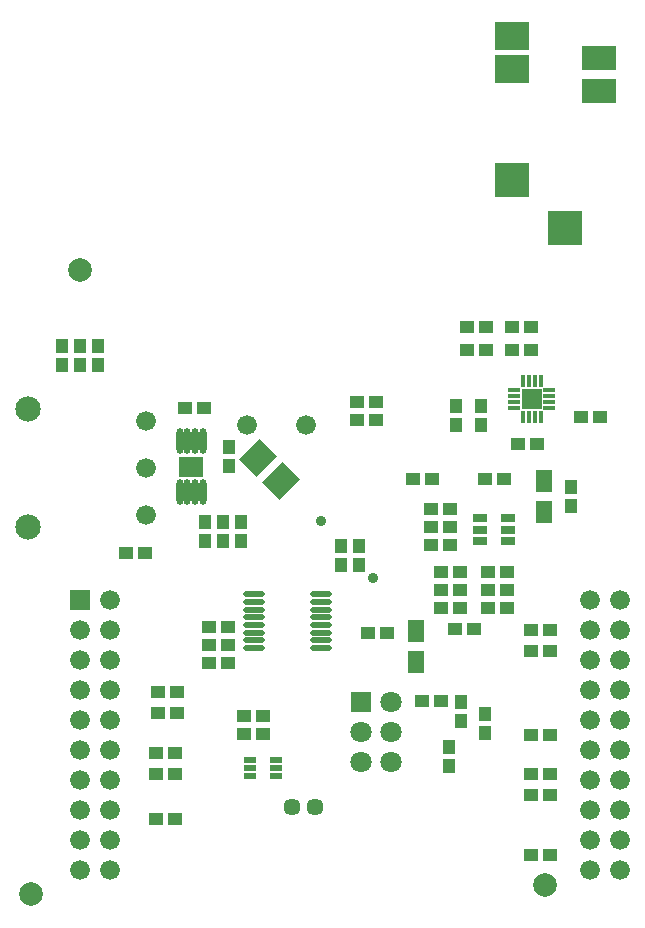
<source format=gts>
%FSLAX25Y25*%
%MOIN*%
G70*
G01*
G75*
G04 Layer_Color=8388736*
G04:AMPARAMS|DCode=10|XSize=88.58mil|YSize=76.77mil|CornerRadius=0mil|HoleSize=0mil|Usage=FLASHONLY|Rotation=225.000|XOffset=0mil|YOffset=0mil|HoleType=Round|Shape=Rectangle|*
%AMROTATEDRECTD10*
4,1,4,0.00418,0.05846,0.05846,0.00418,-0.00418,-0.05846,-0.05846,-0.00418,0.00418,0.05846,0.0*
%
%ADD10ROTATEDRECTD10*%

%ADD11O,0.06693X0.01378*%
%ADD12R,0.03937X0.03740*%
%ADD13R,0.03740X0.03937*%
%ADD14R,0.04921X0.07087*%
%ADD15O,0.00984X0.03740*%
%ADD16O,0.03740X0.00984*%
%ADD17R,0.06535X0.06535*%
%ADD18R,0.07441X0.06181*%
%ADD19O,0.01772X0.07874*%
%ADD20R,0.04331X0.02559*%
%ADD21C,0.03937*%
%ADD22R,0.03543X0.01575*%
%ADD23R,0.11024X0.07874*%
%ADD24R,0.11024X0.11024*%
%ADD25R,0.11024X0.08661*%
%ADD26C,0.01000*%
%ADD27C,0.01500*%
%ADD28C,0.01200*%
%ADD29C,0.01800*%
%ADD30C,0.06000*%
%ADD31R,0.06000X0.06000*%
%ADD32C,0.07874*%
%ADD33C,0.02953*%
%ADD34C,0.05118*%
%ADD35R,0.06496X0.06496*%
%ADD36C,0.06496*%
%ADD37C,0.02000*%
%ADD38C,0.00600*%
%ADD39C,0.00984*%
%ADD40C,0.00700*%
%ADD41C,0.00050*%
%ADD42C,0.00787*%
G04:AMPARAMS|DCode=43|XSize=94.58mil|YSize=82.77mil|CornerRadius=0mil|HoleSize=0mil|Usage=FLASHONLY|Rotation=225.000|XOffset=0mil|YOffset=0mil|HoleType=Round|Shape=Rectangle|*
%AMROTATEDRECTD43*
4,1,4,0.00418,0.06270,0.06270,0.00418,-0.00418,-0.06270,-0.06270,-0.00418,0.00418,0.06270,0.0*
%
%ADD43ROTATEDRECTD43*%

%ADD44O,0.07293X0.01978*%
%ADD45R,0.04537X0.04340*%
%ADD46R,0.04340X0.04537*%
%ADD47R,0.05521X0.07687*%
%ADD48O,0.01584X0.04340*%
%ADD49O,0.04340X0.01584*%
%ADD50R,0.07135X0.07135*%
%ADD51R,0.08041X0.06781*%
%ADD52O,0.02372X0.08474*%
%ADD53R,0.04931X0.03159*%
%ADD54C,0.07874*%
%ADD55R,0.04143X0.02175*%
%ADD56R,0.11624X0.08474*%
%ADD57R,0.11624X0.11624*%
%ADD58R,0.11624X0.09261*%
%ADD59C,0.06600*%
%ADD60R,0.06600X0.06600*%
%ADD61C,0.08474*%
%ADD62C,0.03553*%
%ADD63C,0.05718*%
%ADD64C,0.00600*%
%ADD65R,0.07096X0.07096*%
%ADD66C,0.07096*%
D43*
X91828Y144672D02*
D03*
X84172Y152328D02*
D03*
D44*
X105220Y89043D02*
D03*
Y91602D02*
D03*
Y94161D02*
D03*
Y96720D02*
D03*
Y99279D02*
D03*
Y101839D02*
D03*
Y104398D02*
D03*
Y106957D02*
D03*
X82780Y89043D02*
D03*
Y91602D02*
D03*
Y94161D02*
D03*
Y96720D02*
D03*
Y99279D02*
D03*
Y101839D02*
D03*
Y104398D02*
D03*
Y106957D02*
D03*
D45*
X142150Y145500D02*
D03*
X135850D02*
D03*
X79469Y60310D02*
D03*
X85769D02*
D03*
X79469Y66442D02*
D03*
X85769D02*
D03*
X168850Y196000D02*
D03*
X175150D02*
D03*
X151650Y102500D02*
D03*
X145350D02*
D03*
X160850Y108500D02*
D03*
X167150D02*
D03*
X46650Y120650D02*
D03*
X40350D02*
D03*
X66150Y169000D02*
D03*
X59850D02*
D03*
X148150Y123500D02*
D03*
X141850D02*
D03*
X151650Y108500D02*
D03*
X145350D02*
D03*
X50850Y74500D02*
D03*
X57150D02*
D03*
X50850Y67500D02*
D03*
X57150D02*
D03*
X50350Y54000D02*
D03*
X56650D02*
D03*
X50350Y47000D02*
D03*
X56650D02*
D03*
X181650Y40000D02*
D03*
X175350D02*
D03*
X181650Y47000D02*
D03*
X175350D02*
D03*
X181650Y88000D02*
D03*
X175350D02*
D03*
X181650Y95000D02*
D03*
X175350D02*
D03*
X191850Y166000D02*
D03*
X198150D02*
D03*
X145150Y71500D02*
D03*
X138850D02*
D03*
X56650Y32000D02*
D03*
X50350D02*
D03*
X175350Y60000D02*
D03*
X181650D02*
D03*
X175350Y20000D02*
D03*
X181650D02*
D03*
X177150Y157000D02*
D03*
X170850D02*
D03*
X160150Y196000D02*
D03*
X153850D02*
D03*
X160150Y188500D02*
D03*
X153850D02*
D03*
X175150D02*
D03*
X168850D02*
D03*
X160850Y102500D02*
D03*
X167150D02*
D03*
X160850Y114500D02*
D03*
X167150D02*
D03*
X149850Y95500D02*
D03*
X156150D02*
D03*
X166150Y145500D02*
D03*
X159850D02*
D03*
X127150Y94000D02*
D03*
X120850D02*
D03*
X141850Y135500D02*
D03*
X148150D02*
D03*
X145350Y114500D02*
D03*
X151650D02*
D03*
X148150Y129500D02*
D03*
X141850D02*
D03*
X67850Y84000D02*
D03*
X74150D02*
D03*
X67850Y90000D02*
D03*
X74150D02*
D03*
X67850Y96000D02*
D03*
X74150D02*
D03*
X123650Y165000D02*
D03*
X117350D02*
D03*
X123650Y170896D02*
D03*
X117350D02*
D03*
D46*
X112000Y116850D02*
D03*
Y123150D02*
D03*
X152000Y71150D02*
D03*
Y64850D02*
D03*
X148000Y56150D02*
D03*
Y49850D02*
D03*
X31000Y183350D02*
D03*
Y189650D02*
D03*
X188500Y142650D02*
D03*
Y136350D02*
D03*
X78500Y131150D02*
D03*
Y124850D02*
D03*
X72500Y131150D02*
D03*
Y124850D02*
D03*
X66500D02*
D03*
Y131150D02*
D03*
X150130Y163350D02*
D03*
Y169650D02*
D03*
X158630D02*
D03*
Y163350D02*
D03*
X160000Y60850D02*
D03*
Y67150D02*
D03*
X25000Y183350D02*
D03*
Y189650D02*
D03*
X19000D02*
D03*
Y183350D02*
D03*
X74500Y156150D02*
D03*
Y149850D02*
D03*
X118000Y123150D02*
D03*
Y116850D02*
D03*
D47*
X137000Y94618D02*
D03*
Y84382D02*
D03*
X179500Y134382D02*
D03*
Y144618D02*
D03*
D48*
X178453Y177906D02*
D03*
X176484D02*
D03*
X174516D02*
D03*
X172547D02*
D03*
Y166094D02*
D03*
X174516D02*
D03*
X176484D02*
D03*
X178453D02*
D03*
D49*
X169594Y174953D02*
D03*
Y172984D02*
D03*
Y171016D02*
D03*
Y169047D02*
D03*
X181406D02*
D03*
Y171016D02*
D03*
Y172984D02*
D03*
Y174953D02*
D03*
D50*
X175500Y172000D02*
D03*
D51*
X62000Y149500D02*
D03*
D52*
X58161Y141035D02*
D03*
X60720D02*
D03*
X63280D02*
D03*
X65839D02*
D03*
X58161Y157965D02*
D03*
X60720D02*
D03*
X63280D02*
D03*
X65839D02*
D03*
D53*
X167724Y132240D02*
D03*
Y128500D02*
D03*
Y124760D02*
D03*
X158276D02*
D03*
Y128500D02*
D03*
Y132240D02*
D03*
D54*
X25000Y215000D02*
D03*
X8500Y7000D02*
D03*
X180000Y10000D02*
D03*
D55*
X81669Y51559D02*
D03*
Y49000D02*
D03*
Y46441D02*
D03*
X90331D02*
D03*
Y49000D02*
D03*
Y51559D02*
D03*
D56*
X198067Y274630D02*
D03*
Y285653D02*
D03*
D57*
X186453Y228961D02*
D03*
X168933Y245102D02*
D03*
D58*
Y282110D02*
D03*
Y293134D02*
D03*
D59*
X205000Y105000D02*
D03*
Y95000D02*
D03*
Y85000D02*
D03*
Y75000D02*
D03*
Y65000D02*
D03*
Y55000D02*
D03*
Y45000D02*
D03*
Y35000D02*
D03*
Y25000D02*
D03*
Y15000D02*
D03*
X25000D02*
D03*
Y25000D02*
D03*
Y35000D02*
D03*
Y45000D02*
D03*
Y55000D02*
D03*
Y65000D02*
D03*
Y75000D02*
D03*
Y85000D02*
D03*
Y95000D02*
D03*
X35000Y105000D02*
D03*
Y95000D02*
D03*
Y85000D02*
D03*
Y75000D02*
D03*
Y65000D02*
D03*
Y55000D02*
D03*
Y45000D02*
D03*
Y35000D02*
D03*
Y25000D02*
D03*
Y15000D02*
D03*
X195000D02*
D03*
Y25000D02*
D03*
Y35000D02*
D03*
Y45000D02*
D03*
Y55000D02*
D03*
Y65000D02*
D03*
Y75000D02*
D03*
Y85000D02*
D03*
Y95000D02*
D03*
Y105000D02*
D03*
X47000Y133252D02*
D03*
Y164748D02*
D03*
Y149000D02*
D03*
X100130Y163315D02*
D03*
X80445D02*
D03*
D60*
X25000Y105000D02*
D03*
D61*
X7630Y168685D02*
D03*
Y129315D02*
D03*
D62*
X105220Y131296D02*
D03*
X122500Y112500D02*
D03*
D63*
X103240Y36000D02*
D03*
X95760D02*
D03*
D64*
X50917Y291268D02*
D03*
X129657Y192843D02*
D03*
D65*
X118500Y71000D02*
D03*
D66*
X128500D02*
D03*
X118500Y61000D02*
D03*
X128500D02*
D03*
X118500Y51000D02*
D03*
X128500D02*
D03*
M02*

</source>
